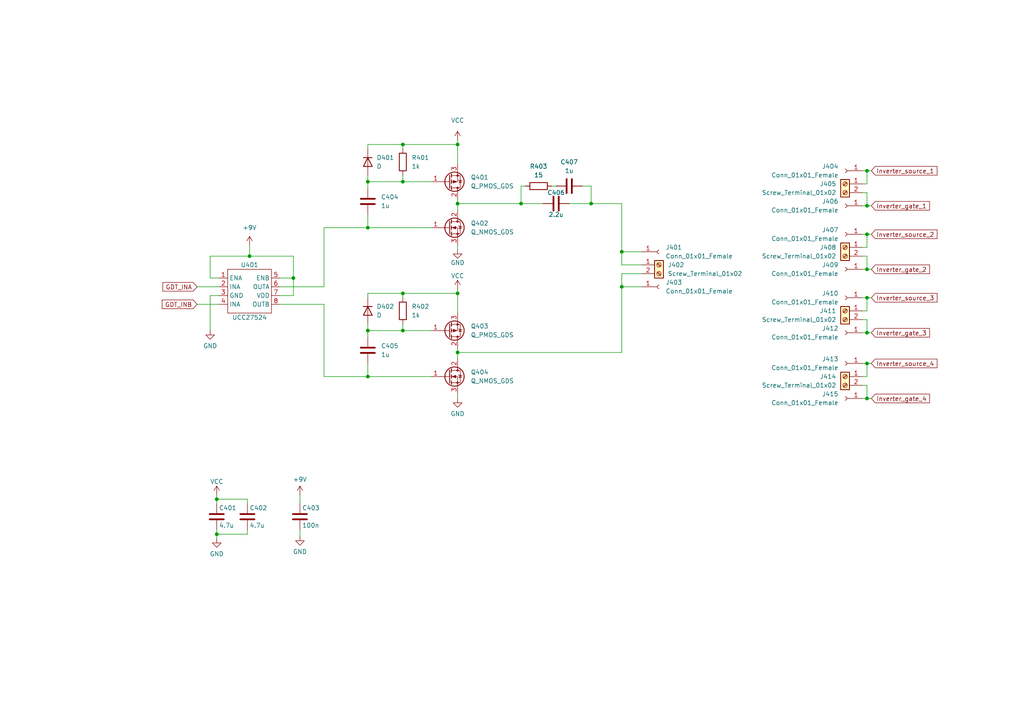
<source format=kicad_sch>
(kicad_sch (version 20211123) (generator eeschema)
  (paper "A4")
  (lib_symbols
    (symbol "Connector:Conn_01x01_Female" (pin_names (offset 1.016) hide)
      (property "Reference" "J" (at 0 2.54 0))
      (property "Value" "Conn_01x01_Female" (at 0 -2.54 0))
      (symbol "Conn_01x01_Female_1_1"
        (polyline (pts (xy -1.27 0) (xy -0.508 0)) (stroke (width 0.1524)))
        (arc (start 0 0.508) (mid -0.508 0) (end 0 -0.508) (stroke (width 0.1524)))
        (pin passive line (at -5.08 0 0) (length 3.81) (name "Pin_1") (number "1"))
      )
    )
    (symbol "Connector:Screw_Terminal_01x02" (pin_names (offset 1.016) hide)
      (property "Reference" "J" (at 0 2.54 0))
      (property "Value" "Screw_Terminal_01x02" (at 0 -5.08 0))
      (symbol "Screw_Terminal_01x02_1_1"
        (rectangle (start -1.27 1.27) (end 1.27 -3.81) (stroke (width 0.254)) (fill (type background)))
        (circle (center 0 -2.54) (radius 0.635) (stroke (width 0.1524)))
        (polyline (pts (xy -0.5334 -2.2098) (xy 0.3302 -3.048)) (stroke (width 0.1524)))
        (polyline (pts (xy -0.5334 0.3302) (xy 0.3302 -0.508)) (stroke (width 0.1524)))
        (polyline (pts (xy -0.3556 -2.032) (xy 0.508 -2.8702)) (stroke (width 0.1524)))
        (polyline (pts (xy -0.3556 0.508) (xy 0.508 -0.3302)) (stroke (width 0.1524)))
        (circle (center 0 0) (radius 0.635) (stroke (width 0.1524)))
        (pin passive line (at -5.08 0 0) (length 3.81) (name "Pin_1") (number "1"))
        (pin passive line (at -5.08 -2.54 0) (length 3.81) (name "Pin_2") (number "2"))
      )
    )
    (symbol "Device:C" (pin_numbers hide) (pin_names (offset 0.254))
      (property "Reference" "C" (at 0.635 2.54 0))
      (property "Value" "C" (at 0.635 -2.54 0))
      (symbol "C_0_1"
        (polyline (pts (xy -2.032 -0.762) (xy 2.032 -0.762)) (stroke (width 0.508)))
        (polyline (pts (xy -2.032 0.762) (xy 2.032 0.762)) (stroke (width 0.508)))
      )
      (symbol "C_1_1"
        (pin passive line (at 0 3.81 270) (length 2.794) (name "~") (number "1"))
        (pin passive line (at 0 -3.81 90) (length 2.794) (name "~") (number "2"))
      )
    )
    (symbol "Device:D" (pin_numbers hide) (pin_names (offset 1.016) hide)
      (property "Reference" "D" (at 0 2.54 0))
      (property "Value" "D" (at 0 -2.54 0))
      (symbol "D_0_1"
        (polyline (pts (xy -1.27 1.27) (xy -1.27 -1.27)) (stroke (width 0.254)))
        (polyline (pts (xy 1.27 0) (xy -1.27 0)))
        (polyline (pts (xy 1.27 1.27) (xy 1.27 -1.27) (xy -1.27 0) (xy 1.27 1.27)) (stroke (width 0.254)))
      )
      (symbol "D_1_1"
        (pin passive line (at -3.81 0 0) (length 2.54) (name "K") (number "1"))
        (pin passive line (at 3.81 0 180) (length 2.54) (name "A") (number "2"))
      )
    )
    (symbol "Device:Q_NMOS_GDS" (pin_names (offset 0) hide)
      (property "Reference" "Q" (at 5.08 1.27 0))
      (property "Value" "Q_NMOS_GDS" (at 5.08 -1.27 0))
      (symbol "Q_NMOS_GDS_0_1"
        (polyline (pts (xy 0.254 0) (xy -2.54 0)))
        (polyline (pts (xy 0.254 1.905) (xy 0.254 -1.905)) (stroke (width 0.254)))
        (polyline (pts (xy 0.762 -1.27) (xy 0.762 -2.286)) (stroke (width 0.254)))
        (polyline (pts (xy 0.762 0.508) (xy 0.762 -0.508)) (stroke (width 0.254)))
        (polyline (pts (xy 0.762 2.286) (xy 0.762 1.27)) (stroke (width 0.254)))
        (polyline (pts (xy 2.54 2.54) (xy 2.54 1.778)))
        (polyline (pts (xy 2.54 -2.54) (xy 2.54 0) (xy 0.762 0)))
        (polyline (pts (xy 0.762 -1.778) (xy 3.302 -1.778) (xy 3.302 1.778) (xy 0.762 1.778)))
        (polyline (pts (xy 1.016 0) (xy 2.032 0.381) (xy 2.032 -0.381) (xy 1.016 0)) (fill (type outline)))
        (polyline (pts (xy 2.794 0.508) (xy 2.921 0.381) (xy 3.683 0.381) (xy 3.81 0.254)))
        (polyline (pts (xy 3.302 0.381) (xy 2.921 -0.254) (xy 3.683 -0.254) (xy 3.302 0.381)))
        (circle (center 1.651 0) (radius 2.794) (stroke (width 0.254)))
        (circle (center 2.54 -1.778) (radius 0.254) (fill (type outline)))
        (circle (center 2.54 1.778) (radius 0.254) (fill (type outline)))
      )
      (symbol "Q_NMOS_GDS_1_1"
        (pin input line (at -5.08 0 0) (length 2.54) (name "G") (number "1"))
        (pin passive line (at 2.54 5.08 270) (length 2.54) (name "D") (number "2"))
        (pin passive line (at 2.54 -5.08 90) (length 2.54) (name "S") (number "3"))
      )
    )
    (symbol "Device:Q_PMOS_GDS" (pin_names (offset 0) hide)
      (property "Reference" "Q" (at 5.08 1.27 0))
      (property "Value" "Q_PMOS_GDS" (at 5.08 -1.27 0))
      (symbol "Q_PMOS_GDS_0_1"
        (polyline (pts (xy 0.254 0) (xy -2.54 0)))
        (polyline (pts (xy 0.254 1.905) (xy 0.254 -1.905)) (stroke (width 0.254)))
        (polyline (pts (xy 0.762 -1.27) (xy 0.762 -2.286)) (stroke (width 0.254)))
        (polyline (pts (xy 0.762 0.508) (xy 0.762 -0.508)) (stroke (width 0.254)))
        (polyline (pts (xy 0.762 2.286) (xy 0.762 1.27)) (stroke (width 0.254)))
        (polyline (pts (xy 2.54 2.54) (xy 2.54 1.778)))
        (polyline (pts (xy 2.54 -2.54) (xy 2.54 0) (xy 0.762 0)))
        (polyline (pts (xy 0.762 1.778) (xy 3.302 1.778) (xy 3.302 -1.778) (xy 0.762 -1.778)))
        (polyline (pts (xy 2.286 0) (xy 1.27 0.381) (xy 1.27 -0.381) (xy 2.286 0)) (fill (type outline)))
        (polyline (pts (xy 2.794 -0.508) (xy 2.921 -0.381) (xy 3.683 -0.381) (xy 3.81 -0.254)))
        (polyline (pts (xy 3.302 -0.381) (xy 2.921 0.254) (xy 3.683 0.254) (xy 3.302 -0.381)))
        (circle (center 1.651 0) (radius 2.794) (stroke (width 0.254)))
        (circle (center 2.54 -1.778) (radius 0.254) (fill (type outline)))
        (circle (center 2.54 1.778) (radius 0.254) (fill (type outline)))
      )
      (symbol "Q_PMOS_GDS_1_1"
        (pin input line (at -5.08 0 0) (length 2.54) (name "G") (number "1"))
        (pin passive line (at 2.54 5.08 270) (length 2.54) (name "D") (number "2"))
        (pin passive line (at 2.54 -5.08 90) (length 2.54) (name "S") (number "3"))
      )
    )
    (symbol "Device:R" (pin_numbers hide) (pin_names (offset 0))
      (property "Reference" "R" (at 2.032 0 90))
      (property "Value" "R" (at 0 0 90))
      (symbol "R_0_1"
        (rectangle (start -1.016 -2.54) (end 1.016 2.54) (stroke (width 0.254)))
      )
      (symbol "R_1_1"
        (pin passive line (at 0 3.81 270) (length 1.27) (name "~") (number "1"))
        (pin passive line (at 0 -3.81 90) (length 1.27) (name "~") (number "2"))
      )
    )
    (symbol "Driver_FET:UCC27524"
      (property "Reference" "U" (at 0 10.16 0))
      (property "Value" "UCC27524" (at 0 -10.16 0))
      (symbol "UCC27524_0_1"
        (rectangle (start -6.35 6.35) (end 6.35 -6.35))
      )
      (symbol "UCC27524_1_1"
        (pin input line (at -8.89 3.81 0) (length 2.54) (name "ENA") (number "1"))
        (pin input line (at -8.89 1.27 0) (length 2.54) (name "INA") (number "2"))
        (pin input line (at -8.89 -1.27 0) (length 2.54) (name "GND") (number "3"))
        (pin input line (at -8.89 -3.81 0) (length 2.54) (name "INA") (number "4"))
        (pin input line (at 8.89 3.81 180) (length 2.54) (name "ENB") (number "5"))
        (pin input line (at 8.89 1.27 180) (length 2.54) (name "OUTA") (number "6"))
        (pin input line (at 8.89 -1.27 180) (length 2.54) (name "VDD") (number "7"))
        (pin input line (at 8.89 -3.81 180) (length 2.54) (name "OUTB") (number "8"))
      )
    )
    (symbol "power:+9V" (power) (pin_names (offset 0))
      (property "Value" "+9V" (at 0 3.556 0))
      (symbol "+9V_0_1"
        (polyline (pts (xy -0.762 1.27) (xy 0 2.54)))
        (polyline (pts (xy 0 0) (xy 0 2.54)))
        (polyline (pts (xy 0 2.54) (xy 0.762 1.27)))
      )
      (symbol "+9V_1_1"
        (pin power_in line (at 0 0 90) (length 0) hide (name "+9V") (number "1"))
      )
    )
    (symbol "power:GND" (power) (pin_names (offset 0))
      (property "Value" "GND" (at 0 -3.81 0))
      (symbol "GND_0_1"
        (polyline (pts (xy 0 0) (xy 0 -1.27) (xy 1.27 -1.27) (xy 0 -2.54) (xy -1.27 -1.27) (xy 0 -1.27)))
      )
      (symbol "GND_1_1"
        (pin power_in line (at 0 0 270) (length 0) hide (name "GND") (number "1"))
      )
    )
    (symbol "power:VCC" (power) (pin_names (offset 0))
      (property "Value" "VCC" (at 0 3.81 0))
      (symbol "VCC_0_1"
        (polyline (pts (xy -0.762 1.27) (xy 0 2.54)))
        (polyline (pts (xy 0 0) (xy 0 2.54)))
        (polyline (pts (xy 0 2.54) (xy 0.762 1.27)))
      )
      (symbol "VCC_1_1"
        (pin power_in line (at 0 0 90) (length 0) hide (name "VCC") (number "1"))
      )
    )
  )
  (junction (at 116.84 85.09))
  (junction (at 180.34 83.185))
  (junction (at 251.46 59.69))
  (junction (at 151.13 59.055))
  (junction (at 251.46 96.52))
  (junction (at 116.84 41.91))
  (junction (at 85.09 80.645))
  (junction (at 251.46 67.945))
  (junction (at 251.46 105.41))
  (junction (at 62.865 154.94))
  (junction (at 106.68 109.22))
  (junction (at 116.84 95.885))
  (junction (at 132.715 102.235))
  (junction (at 62.865 144.78))
  (junction (at 106.68 95.885))
  (junction (at 72.39 74.295))
  (junction (at 132.715 59.055))
  (junction (at 106.68 52.705))
  (junction (at 180.34 73.025))
  (junction (at 251.46 49.53))
  (junction (at 106.68 66.04))
  (junction (at 132.715 85.09))
  (junction (at 251.46 86.36))
  (junction (at 171.45 59.055))
  (junction (at 132.715 41.91))
  (junction (at 251.46 115.57))
  (junction (at 116.84 52.705))
  (junction (at 251.46 78.105))
  (wire (pts (xy 81.28 83.185) (xy 93.98 83.185)))
  (wire (pts (xy 250.19 74.295) (xy 251.46 74.295)))
  (wire (pts (xy 106.68 93.98) (xy 106.68 95.885)))
  (wire (pts (xy 132.715 100.965) (xy 132.715 102.235)))
  (wire (pts (xy 251.46 55.88) (xy 251.46 59.69)))
  (wire (pts (xy 251.46 111.76) (xy 251.46 115.57)))
  (wire (pts (xy 251.46 49.53) (xy 251.46 53.34)))
  (wire (pts (xy 72.39 74.295) (xy 60.96 74.295)))
  (wire (pts (xy 81.28 85.725) (xy 85.09 85.725)))
  (wire (pts (xy 132.715 114.3) (xy 132.715 115.57)))
  (wire (pts (xy 71.755 146.05) (xy 71.755 144.78)))
  (wire (pts (xy 250.19 78.105) (xy 251.46 78.105)))
  (wire (pts (xy 151.13 53.975) (xy 151.13 59.055)))
  (wire (pts (xy 250.19 55.88) (xy 251.46 55.88)))
  (wire (pts (xy 85.09 80.645) (xy 85.09 74.295)))
  (wire (pts (xy 251.46 71.755) (xy 250.19 71.755)))
  (wire (pts (xy 72.39 71.12) (xy 72.39 74.295)))
  (wire (pts (xy 251.46 86.36) (xy 251.46 90.17)))
  (wire (pts (xy 106.68 66.04) (xy 125.095 66.04)))
  (wire (pts (xy 106.68 41.91) (xy 116.84 41.91)))
  (wire (pts (xy 251.46 59.69) (xy 252.73 59.69)))
  (wire (pts (xy 250.19 59.69) (xy 251.46 59.69)))
  (wire (pts (xy 116.84 52.705) (xy 116.84 50.8)))
  (wire (pts (xy 251.46 109.22) (xy 250.19 109.22)))
  (wire (pts (xy 93.98 109.22) (xy 106.68 109.22)))
  (wire (pts (xy 93.98 83.185) (xy 93.98 66.04)))
  (wire (pts (xy 116.84 85.09) (xy 132.715 85.09)))
  (wire (pts (xy 62.865 144.78) (xy 62.865 146.05)))
  (wire (pts (xy 57.15 83.185) (xy 63.5 83.185)))
  (wire (pts (xy 60.96 95.885) (xy 60.96 85.725)))
  (wire (pts (xy 132.715 41.91) (xy 132.715 47.625)))
  (wire (pts (xy 60.96 80.645) (xy 63.5 80.645)))
  (wire (pts (xy 251.46 105.41) (xy 251.46 109.22)))
  (wire (pts (xy 116.84 95.885) (xy 116.84 93.98)))
  (wire (pts (xy 106.68 62.23) (xy 106.68 66.04)))
  (wire (pts (xy 132.715 71.12) (xy 132.715 72.39)))
  (wire (pts (xy 106.68 52.705) (xy 106.68 54.61)))
  (wire (pts (xy 180.34 76.835) (xy 180.34 73.025)))
  (wire (pts (xy 106.68 105.41) (xy 106.68 109.22)))
  (wire (pts (xy 132.715 83.82) (xy 132.715 85.09)))
  (wire (pts (xy 71.755 154.94) (xy 62.865 154.94)))
  (wire (pts (xy 116.84 85.09) (xy 116.84 86.36)))
  (wire (pts (xy 251.46 115.57) (xy 252.73 115.57)))
  (wire (pts (xy 251.46 96.52) (xy 252.73 96.52)))
  (wire (pts (xy 151.13 59.055) (xy 157.48 59.055)))
  (wire (pts (xy 250.19 111.76) (xy 251.46 111.76)))
  (wire (pts (xy 116.84 41.91) (xy 116.84 43.18)))
  (wire (pts (xy 171.45 59.055) (xy 180.34 59.055)))
  (wire (pts (xy 93.98 66.04) (xy 106.68 66.04)))
  (wire (pts (xy 125.095 95.885) (xy 116.84 95.885)))
  (wire (pts (xy 252.73 86.36) (xy 251.46 86.36)))
  (wire (pts (xy 132.715 59.055) (xy 151.13 59.055)))
  (wire (pts (xy 132.715 59.055) (xy 132.715 60.96)))
  (wire (pts (xy 251.46 53.34) (xy 250.19 53.34)))
  (wire (pts (xy 71.755 153.67) (xy 71.755 154.94)))
  (wire (pts (xy 57.15 88.265) (xy 63.5 88.265)))
  (wire (pts (xy 106.68 43.18) (xy 106.68 41.91)))
  (wire (pts (xy 132.715 85.09) (xy 132.715 90.805)))
  (wire (pts (xy 250.19 115.57) (xy 251.46 115.57)))
  (wire (pts (xy 93.98 88.265) (xy 93.98 109.22)))
  (wire (pts (xy 85.09 85.725) (xy 85.09 80.645)))
  (wire (pts (xy 251.46 74.295) (xy 251.46 78.105)))
  (wire (pts (xy 116.84 41.91) (xy 132.715 41.91)))
  (wire (pts (xy 186.055 79.375) (xy 180.34 79.375)))
  (wire (pts (xy 251.46 78.105) (xy 252.73 78.105)))
  (wire (pts (xy 62.865 154.94) (xy 62.865 156.21)))
  (wire (pts (xy 251.46 67.945) (xy 251.46 71.755)))
  (wire (pts (xy 180.34 79.375) (xy 180.34 83.185)))
  (wire (pts (xy 168.91 53.975) (xy 171.45 53.975)))
  (wire (pts (xy 62.865 153.67) (xy 62.865 154.94)))
  (wire (pts (xy 132.715 57.785) (xy 132.715 59.055)))
  (wire (pts (xy 180.34 83.185) (xy 186.055 83.185)))
  (wire (pts (xy 106.68 85.09) (xy 116.84 85.09)))
  (wire (pts (xy 60.96 74.295) (xy 60.96 80.645)))
  (wire (pts (xy 81.28 80.645) (xy 85.09 80.645)))
  (wire (pts (xy 251.46 90.17) (xy 250.19 90.17)))
  (wire (pts (xy 85.09 74.295) (xy 72.39 74.295)))
  (wire (pts (xy 250.19 105.41) (xy 251.46 105.41)))
  (wire (pts (xy 186.055 76.835) (xy 180.34 76.835)))
  (wire (pts (xy 106.68 86.36) (xy 106.68 85.09)))
  (wire (pts (xy 251.46 92.71) (xy 251.46 96.52)))
  (wire (pts (xy 250.19 67.945) (xy 251.46 67.945)))
  (wire (pts (xy 71.755 144.78) (xy 62.865 144.78)))
  (wire (pts (xy 106.68 109.22) (xy 125.095 109.22)))
  (wire (pts (xy 106.68 52.705) (xy 116.84 52.705)))
  (wire (pts (xy 171.45 53.975) (xy 171.45 59.055)))
  (wire (pts (xy 132.715 102.235) (xy 132.715 104.14)))
  (wire (pts (xy 106.68 95.885) (xy 116.84 95.885)))
  (wire (pts (xy 160.02 53.975) (xy 161.29 53.975)))
  (wire (pts (xy 252.73 67.945) (xy 251.46 67.945)))
  (wire (pts (xy 250.19 96.52) (xy 251.46 96.52)))
  (wire (pts (xy 86.995 153.67) (xy 86.995 155.575)))
  (wire (pts (xy 106.68 95.885) (xy 106.68 97.79)))
  (wire (pts (xy 250.19 86.36) (xy 251.46 86.36)))
  (wire (pts (xy 132.715 40.64) (xy 132.715 41.91)))
  (wire (pts (xy 252.73 49.53) (xy 251.46 49.53)))
  (wire (pts (xy 180.34 73.025) (xy 180.34 59.055)))
  (wire (pts (xy 86.995 143.51) (xy 86.995 146.05)))
  (wire (pts (xy 252.73 105.41) (xy 251.46 105.41)))
  (wire (pts (xy 60.96 85.725) (xy 63.5 85.725)))
  (wire (pts (xy 165.1 59.055) (xy 171.45 59.055)))
  (wire (pts (xy 81.28 88.265) (xy 93.98 88.265)))
  (wire (pts (xy 250.19 92.71) (xy 251.46 92.71)))
  (wire (pts (xy 62.865 143.51) (xy 62.865 144.78)))
  (wire (pts (xy 250.19 49.53) (xy 251.46 49.53)))
  (wire (pts (xy 186.055 73.025) (xy 180.34 73.025)))
  (wire (pts (xy 125.095 52.705) (xy 116.84 52.705)))
  (wire (pts (xy 132.715 102.235) (xy 180.34 102.235)))
  (wire (pts (xy 106.68 50.8) (xy 106.68 52.705)))
  (wire (pts (xy 152.4 53.975) (xy 151.13 53.975)))
  (wire (pts (xy 180.34 83.185) (xy 180.34 102.235)))
  (global_label "Inverter_gate_1" (shape input) (at 252.73 59.69 0) (property "Intersheet References" "${INTERSHEET_REFS}" (effects hide)))
  (global_label "Inverter_gate_4" (shape input) (at 252.73 115.57 0) (property "Intersheet References" "${INTERSHEET_REFS}" (effects hide)))
  (global_label "Inverter_source_3" (shape input) (at 252.73 86.36 0) (property "Intersheet References" "${INTERSHEET_REFS}" (effects hide)))
  (global_label "GDT_INA" (shape input) (at 57.15 83.185 180) (property "Intersheet References" "${INTERSHEET_REFS}" (effects hide)))
  (global_label "Inverter_gate_2" (shape input) (at 252.73 78.105 0) (property "Intersheet References" "${INTERSHEET_REFS}" (effects hide)))
  (global_label "Inverter_source_2" (shape input) (at 252.73 67.945 0) (property "Intersheet References" "${INTERSHEET_REFS}" (effects hide)))
  (global_label "Inverter_source_4" (shape input) (at 252.73 105.41 0) (property "Intersheet References" "${INTERSHEET_REFS}" (effects hide)))
  (global_label "GDT_INB" (shape input) (at 57.15 88.265 180) (property "Intersheet References" "${INTERSHEET_REFS}" (effects hide)))
  (global_label "Inverter_gate_3" (shape input) (at 252.73 96.52 0) (property "Intersheet References" "${INTERSHEET_REFS}" (effects hide)))
  (global_label "Inverter_source_1" (shape input) (at 252.73 49.53 0) (property "Intersheet References" "${INTERSHEET_REFS}" (effects hide)))
  (symbol (lib_id "Device:C") (at 86.995 149.86 0) (unit 1)
    (property "Reference" "C403" (at 87.63 147.32 0) (effects (justify left)))
    (property "Value" "100n" (at 87.63 152.4 0) (effects (justify left)))
    (property "Footprint" "Capacitor_SMD:C_0805_2012Metric" (effects hide))
  )
  (symbol (lib_id "Connector:Conn_01x01_Female") (at 245.11 86.36 0) (mirror y) (unit 1)
    (property "Reference" "J410" (at 243.205 85.0899 0) (effects (justify left)))
    (property "Value" "Conn_01x01_Female" (at 243.205 87.6299 0) (effects (justify left)))
    (property "Footprint" "Connector_PinHeader_2.54mm:PinHeader_1x01_P2.54mm_Vertical" (effects hide))
  )
  (symbol (lib_id "Device:Q_PMOS_GDS") (at 130.175 52.705 0) (mirror x) (unit 1)
    (property "Reference" "Q401" (at 136.525 51.4349 0) (effects (justify left)))
    (property "Value" "Q_PMOS_GDS" (at 136.525 53.9749 0) (effects (justify left)))
    (property "Footprint" "Package_TO_SOT_SMD:TO-252-3_TabPin2" (effects hide))
  )
  (symbol (lib_id "Device:Q_PMOS_GDS") (at 130.175 95.885 0) (mirror x) (unit 1)
    (property "Reference" "Q403" (at 136.525 94.6149 0) (effects (justify left)))
    (property "Value" "Q_PMOS_GDS" (at 136.525 97.1549 0) (effects (justify left)))
    (property "Footprint" "Package_TO_SOT_SMD:TO-252-3_TabPin2" (effects hide))
  )
  (symbol (lib_id "Device:D") (at 106.68 46.99 270) (unit 1)
    (property "Reference" "D401" (at 109.22 45.7199 90) (effects (justify left)))
    (property "Value" "D" (at 109.22 48.2599 90) (effects (justify left)))
    (property "Footprint" "Diode_SMD:D_0805_2012Metric" (effects hide))
  )
  (symbol (lib_id "Device:C") (at 71.755 149.86 0) (unit 1)
    (property "Reference" "C402" (at 72.39 147.32 0) (effects (justify left)))
    (property "Value" "4.7u" (at 72.39 152.4 0) (effects (justify left)))
    (property "Footprint" "Capacitor_THT:C_Rect_L16.5mm_W9.0mm_P15.00mm_MKT" (effects hide))
  )
  (symbol (lib_id "Connector:Conn_01x01_Female") (at 245.11 78.105 0) (mirror y) (unit 1)
    (property "Reference" "J409" (at 243.205 76.8349 0) (effects (justify left)))
    (property "Value" "Conn_01x01_Female" (at 243.205 79.3749 0) (effects (justify left)))
    (property "Footprint" "Connector_PinHeader_2.54mm:PinHeader_1x01_P2.54mm_Vertical" (effects hide))
  )
  (symbol (lib_id "Device:C") (at 106.68 101.6 0) (unit 1)
    (property "Reference" "C405" (at 110.49 100.3299 0) (effects (justify left)))
    (property "Value" "1u" (at 110.49 102.8699 0) (effects (justify left)))
    (property "Footprint" "Capacitor_SMD:C_01005_0402Metric" (effects hide))
  )
  (symbol (lib_id "Device:Q_NMOS_GDS") (at 130.175 66.04 0) (unit 1)
    (property "Reference" "Q402" (at 136.525 64.7699 0) (effects (justify left)))
    (property "Value" "Q_NMOS_GDS" (at 136.525 67.3099 0) (effects (justify left)))
    (property "Footprint" "Package_TO_SOT_SMD:TO-252-3_TabPin2" (effects hide))
  )
  (symbol (lib_id "Device:C") (at 106.68 58.42 0) (unit 1)
    (property "Reference" "C404" (at 110.49 57.1499 0) (effects (justify left)))
    (property "Value" "1u" (at 110.49 59.6899 0) (effects (justify left)))
    (property "Footprint" "Capacitor_SMD:C_01005_0402Metric" (effects hide))
  )
  (symbol (lib_id "Device:C") (at 161.29 59.055 90) (unit 1)
    (property "Reference" "C406" (at 161.29 55.88 90))
    (property "Value" "2.2u" (at 161.29 62.23 90))
    (property "Footprint" "Capacitor_SMD:C_1825_4564Metric" (effects hide))
  )
  (symbol (lib_id "Connector:Screw_Terminal_01x02") (at 245.11 90.17 0) (mirror y) (unit 1)
    (property "Reference" "J411" (at 242.57 90.1699 0) (effects (justify left)))
    (property "Value" "Screw_Terminal_01x02" (at 242.57 92.7099 0) (effects (justify left)))
    (property "Footprint" "TerminalBlock:TerminalBlock_Altech_AK300-2_P5.00mm" (effects hide))
  )
  (symbol (lib_id "Connector:Conn_01x01_Female") (at 191.135 83.185 0) (unit 1)
    (property "Reference" "J403" (at 193.04 81.9149 0) (effects (justify left)))
    (property "Value" "Conn_01x01_Female" (at 193.04 84.4549 0) (effects (justify left)))
    (property "Footprint" "Connector_PinHeader_2.54mm:PinHeader_1x01_P2.54mm_Vertical" (effects hide))
  )
  (symbol (lib_id "Connector:Conn_01x01_Female") (at 245.11 59.69 0) (mirror y) (unit 1)
    (property "Reference" "J406" (at 243.205 58.4199 0) (effects (justify left)))
    (property "Value" "Conn_01x01_Female" (at 243.205 60.9599 0) (effects (justify left)))
    (property "Footprint" "Connector_PinHeader_2.54mm:PinHeader_1x01_P2.54mm_Vertical" (effects hide))
  )
  (symbol (lib_id "Connector:Conn_01x01_Female") (at 245.11 67.945 0) (mirror y) (unit 1)
    (property "Reference" "J407" (at 243.205 66.6749 0) (effects (justify left)))
    (property "Value" "Conn_01x01_Female" (at 243.205 69.2149 0) (effects (justify left)))
    (property "Footprint" "Connector_PinHeader_2.54mm:PinHeader_1x01_P2.54mm_Vertical" (effects hide))
  )
  (symbol (lib_id "Connector:Conn_01x01_Female") (at 191.135 73.025 0) (unit 1)
    (property "Reference" "J401" (at 193.04 71.7549 0) (effects (justify left)))
    (property "Value" "Conn_01x01_Female" (at 193.04 74.2949 0) (effects (justify left)))
    (property "Footprint" "Connector_PinHeader_2.54mm:PinHeader_1x01_P2.54mm_Vertical" (effects hide))
  )
  (symbol (lib_id "Device:R") (at 116.84 46.99 0) (unit 1)
    (property "Reference" "R401" (at 119.38 45.7199 0) (effects (justify left)))
    (property "Value" "1k" (at 119.38 48.2599 0) (effects (justify left)))
    (property "Footprint" "Resistor_SMD:R_0805_2012Metric" (effects hide))
  )
  (symbol (lib_id "Device:R") (at 156.21 53.975 90) (unit 1)
    (property "Reference" "R403" (at 156.21 48.26 90))
    (property "Value" "15" (at 156.21 50.8 90))
    (property "Footprint" "Resistor_SMD:R_0805_2012Metric" (effects hide))
  )
  (symbol (lib_id "Connector:Screw_Terminal_01x02") (at 191.135 76.835 0) (unit 1)
    (property "Reference" "J402" (at 193.675 76.8349 0) (effects (justify left)))
    (property "Value" "Screw_Terminal_01x02" (at 193.675 79.3749 0) (effects (justify left)))
    (property "Footprint" "TerminalBlock:TerminalBlock_Altech_AK300-2_P5.00mm" (effects hide))
  )
  (symbol (lib_id "power:GND") (at 60.96 95.885 0) (unit 1)
    (property "Reference" "#PWR0401" (effects hide))
    (property "Value" "GND" (at 60.96 100.33 0))
  )
  (symbol (lib_id "power:GND") (at 62.865 156.21 0) (unit 1)
    (property "Reference" "#PWR0403" (effects hide))
    (property "Value" "GND" (at 62.865 160.655 0))
  )
  (symbol (lib_id "power:+9V") (at 72.39 71.12 0) (unit 1)
    (property "Reference" "#PWR0404" (effects hide))
    (property "Value" "+9V" (at 72.39 66.04 0))
  )
  (symbol (lib_id "power:GND") (at 86.995 155.575 0) (unit 1)
    (property "Reference" "#PWR0406" (effects hide))
    (property "Value" "GND" (at 86.995 160.02 0))
  )
  (symbol (lib_id "Connector:Screw_Terminal_01x02") (at 245.11 53.34 0) (mirror y) (unit 1)
    (property "Reference" "J405" (at 242.57 53.3399 0) (effects (justify left)))
    (property "Value" "Screw_Terminal_01x02" (at 242.57 55.8799 0) (effects (justify left)))
    (property "Footprint" "TerminalBlock:TerminalBlock_Altech_AK300-2_P5.00mm" (effects hide))
  )
  (symbol (lib_id "power:GND") (at 132.715 72.39 0) (unit 1)
    (property "Reference" "#PWR0408" (effects hide))
    (property "Value" "GND" (at 132.715 76.2 0))
  )
  (symbol (lib_id "power:+9V") (at 86.995 143.51 0) (unit 1)
    (property "Reference" "#PWR0405" (effects hide))
    (property "Value" "+9V" (at 86.995 139.065 0))
  )
  (symbol (lib_id "power:VCC") (at 132.715 83.82 0) (unit 1)
    (property "Reference" "#PWR0409" (effects hide))
    (property "Value" "VCC" (at 132.715 80.01 0))
  )
  (symbol (lib_id "Device:C") (at 62.865 149.86 0) (unit 1)
    (property "Reference" "C401" (at 63.5 147.32 0) (effects (justify left)))
    (property "Value" "4.7u" (at 63.5 152.4 0) (effects (justify left)))
    (property "Footprint" "Capacitor_THT:C_Rect_L16.5mm_W9.0mm_P15.00mm_MKT" (effects hide))
  )
  (symbol (lib_id "Device:R") (at 116.84 90.17 0) (unit 1)
    (property "Reference" "R402" (at 119.38 88.8999 0) (effects (justify left)))
    (property "Value" "1k" (at 119.38 91.4399 0) (effects (justify left)))
    (property "Footprint" "Resistor_SMD:R_0805_2012Metric" (effects hide))
  )
  (symbol (lib_id "Driver_FET:UCC27524") (at 72.39 84.455 0) (unit 1)
    (property "Reference" "U401" (at 72.39 76.835 0))
    (property "Value" "UCC27524" (at 72.39 92.075 0))
    (property "Footprint" "TestPoint:TestPoint_Loop_D2.50mm_Drill1.0mm" (effects hide))
  )
  (symbol (lib_id "Connector:Conn_01x01_Female") (at 245.11 49.53 0) (mirror y) (unit 1)
    (property "Reference" "J404" (at 243.205 48.2599 0) (effects (justify left)))
    (property "Value" "Conn_01x01_Female" (at 243.205 50.7999 0) (effects (justify left)))
    (property "Footprint" "Connector_PinHeader_2.54mm:PinHeader_1x01_P2.54mm_Vertical" (effects hide))
  )
  (symbol (lib_id "Device:D") (at 106.68 90.17 270) (unit 1)
    (property "Reference" "D402" (at 109.22 88.8999 90) (effects (justify left)))
    (property "Value" "D" (at 109.22 91.4399 90) (effects (justify left)))
    (property "Footprint" "Diode_SMD:D_0805_2012Metric" (effects hide))
  )
  (symbol (lib_id "Device:Q_NMOS_GDS") (at 130.175 109.22 0) (unit 1)
    (property "Reference" "Q404" (at 136.525 107.9499 0) (effects (justify left)))
    (property "Value" "Q_NMOS_GDS" (at 136.525 110.4899 0) (effects (justify left)))
    (property "Footprint" "Package_TO_SOT_SMD:TO-252-3_TabPin2" (effects hide))
  )
  (symbol (lib_id "power:VCC") (at 62.865 143.51 0) (unit 1)
    (property "Reference" "#PWR0402" (effects hide))
    (property "Value" "VCC" (at 62.865 139.7 0))
  )
  (symbol (lib_id "Connector:Conn_01x01_Female") (at 245.11 96.52 0) (mirror y) (unit 1)
    (property "Reference" "J412" (at 243.205 95.2499 0) (effects (justify left)))
    (property "Value" "Conn_01x01_Female" (at 243.205 97.7899 0) (effects (justify left)))
    (property "Footprint" "Connector_PinHeader_2.54mm:PinHeader_1x01_P2.54mm_Vertical" (effects hide))
  )
  (symbol (lib_id "Device:C") (at 165.1 53.975 90) (unit 1)
    (property "Reference" "C407" (at 165.1 46.99 90))
    (property "Value" "1u" (at 165.1 49.53 90))
    (property "Footprint" "Capacitor_SMD:C_01005_0402Metric" (effects hide))
  )
  (symbol (lib_id "power:GND") (at 132.715 115.57 0) (unit 1)
    (property "Reference" "#PWR0410" (effects hide))
    (property "Value" "GND" (at 132.715 120.015 0))
  )
  (symbol (lib_id "power:VCC") (at 132.715 40.64 0) (unit 1)
    (property "Reference" "#PWR0407" (effects hide))
    (property "Value" "VCC" (at 132.715 34.925 0))
  )
  (symbol (lib_id "Connector:Conn_01x01_Female") (at 245.11 105.41 0) (mirror y) (unit 1)
    (property "Reference" "J413" (at 243.205 104.1399 0) (effects (justify left)))
    (property "Value" "Conn_01x01_Female" (at 243.205 106.6799 0) (effects (justify left)))
    (property "Footprint" "Connector_PinHeader_2.54mm:PinHeader_1x01_P2.54mm_Vertical" (effects hide))
  )
  (symbol (lib_id "Connector:Screw_Terminal_01x02") (at 245.11 71.755 0) (mirror y) (unit 1)
    (property "Reference" "J408" (at 242.57 71.7549 0) (effects (justify left)))
    (property "Value" "Screw_Terminal_01x02" (at 242.57 74.2949 0) (effects (justify left)))
    (property "Footprint" "TerminalBlock:TerminalBlock_Altech_AK300-2_P5.00mm" (effects hide))
  )
  (symbol (lib_id "Connector:Conn_01x01_Female") (at 245.11 115.57 0) (mirror y) (unit 1)
    (property "Reference" "J415" (at 243.205 114.2999 0) (effects (justify left)))
    (property "Value" "Conn_01x01_Female" (at 243.205 116.8399 0) (effects (justify left)))
    (property "Footprint" "Connector_PinHeader_2.54mm:PinHeader_1x01_P2.54mm_Vertical" (effects hide))
  )
  (symbol (lib_id "Connector:Screw_Terminal_01x02") (at 245.11 109.22 0) (mirror y) (unit 1)
    (property "Reference" "J414" (at 242.57 109.2199 0) (effects (justify left)))
    (property "Value" "Screw_Terminal_01x02" (at 242.57 111.7599 0) (effects (justify left)))
    (property "Footprint" "TerminalBlock:TerminalBlock_Altech_AK300-2_P5.00mm" (effects hide))
  )
)
</source>
